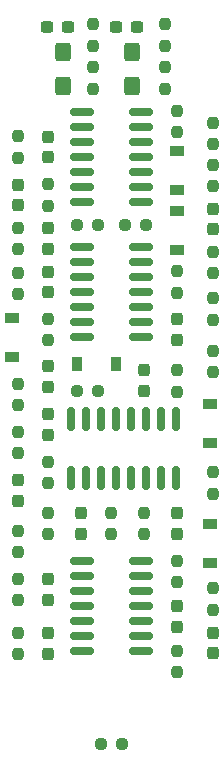
<source format=gbr>
%TF.GenerationSoftware,KiCad,Pcbnew,(6.0.9-0)*%
%TF.CreationDate,2024-06-20T10:27:37+02:00*%
%TF.ProjectId,vca-board,7663612d-626f-4617-9264-2e6b69636164,rev?*%
%TF.SameCoordinates,Original*%
%TF.FileFunction,Paste,Top*%
%TF.FilePolarity,Positive*%
%FSLAX46Y46*%
G04 Gerber Fmt 4.6, Leading zero omitted, Abs format (unit mm)*
G04 Created by KiCad (PCBNEW (6.0.9-0)) date 2024-06-20 10:27:37*
%MOMM*%
%LPD*%
G01*
G04 APERTURE LIST*
G04 Aperture macros list*
%AMRoundRect*
0 Rectangle with rounded corners*
0 $1 Rounding radius*
0 $2 $3 $4 $5 $6 $7 $8 $9 X,Y pos of 4 corners*
0 Add a 4 corners polygon primitive as box body*
4,1,4,$2,$3,$4,$5,$6,$7,$8,$9,$2,$3,0*
0 Add four circle primitives for the rounded corners*
1,1,$1+$1,$2,$3*
1,1,$1+$1,$4,$5*
1,1,$1+$1,$6,$7*
1,1,$1+$1,$8,$9*
0 Add four rect primitives between the rounded corners*
20,1,$1+$1,$2,$3,$4,$5,0*
20,1,$1+$1,$4,$5,$6,$7,0*
20,1,$1+$1,$6,$7,$8,$9,0*
20,1,$1+$1,$8,$9,$2,$3,0*%
G04 Aperture macros list end*
%ADD10R,1.200000X0.900000*%
%ADD11RoundRect,0.237500X-0.237500X0.300000X-0.237500X-0.300000X0.237500X-0.300000X0.237500X0.300000X0*%
%ADD12RoundRect,0.237500X-0.237500X0.250000X-0.237500X-0.250000X0.237500X-0.250000X0.237500X0.250000X0*%
%ADD13RoundRect,0.237500X0.237500X-0.250000X0.237500X0.250000X-0.237500X0.250000X-0.237500X-0.250000X0*%
%ADD14RoundRect,0.237500X-0.250000X-0.237500X0.250000X-0.237500X0.250000X0.237500X-0.250000X0.237500X0*%
%ADD15RoundRect,0.250000X0.425000X-0.537500X0.425000X0.537500X-0.425000X0.537500X-0.425000X-0.537500X0*%
%ADD16RoundRect,0.150000X0.825000X0.150000X-0.825000X0.150000X-0.825000X-0.150000X0.825000X-0.150000X0*%
%ADD17RoundRect,0.150000X-0.825000X-0.150000X0.825000X-0.150000X0.825000X0.150000X-0.825000X0.150000X0*%
%ADD18RoundRect,0.237500X0.237500X-0.300000X0.237500X0.300000X-0.237500X0.300000X-0.237500X-0.300000X0*%
%ADD19RoundRect,0.150000X-0.150000X0.825000X-0.150000X-0.825000X0.150000X-0.825000X0.150000X0.825000X0*%
%ADD20R,0.900000X1.200000*%
%ADD21RoundRect,0.237500X-0.300000X-0.237500X0.300000X-0.237500X0.300000X0.237500X-0.300000X0.237500X0*%
G04 APERTURE END LIST*
D10*
%TO.C,D3*%
X67818000Y-57508500D03*
X67818000Y-60808500D03*
%TD*%
D11*
%TO.C,C8*%
X70866000Y-57303500D03*
X70866000Y-59028500D03*
%TD*%
D12*
%TO.C,R36*%
X54356000Y-76153000D03*
X54356000Y-77978000D03*
%TD*%
%TO.C,R26*%
X70866000Y-50014500D03*
X70866000Y-51839500D03*
%TD*%
D13*
%TO.C,R34*%
X54356000Y-60706000D03*
X54356000Y-58881000D03*
%TD*%
D14*
%TO.C,R10*%
X61317500Y-102616000D03*
X63142500Y-102616000D03*
%TD*%
D13*
%TO.C,R22*%
X67818000Y-50800000D03*
X67818000Y-48975000D03*
%TD*%
D15*
%TO.C,C15*%
X64008000Y-46903500D03*
X64008000Y-44028500D03*
%TD*%
D11*
%TO.C,C10*%
X56896000Y-51184000D03*
X56896000Y-52909000D03*
%TD*%
D12*
%TO.C,R28*%
X54356000Y-72089000D03*
X54356000Y-73914000D03*
%TD*%
D13*
%TO.C,R30*%
X70866000Y-62761500D03*
X70866000Y-60936500D03*
%TD*%
D16*
%TO.C,U2*%
X64705000Y-94742000D03*
X64705000Y-93472000D03*
X64705000Y-92202000D03*
X64705000Y-90932000D03*
X64705000Y-89662000D03*
X64705000Y-88392000D03*
X64705000Y-87122000D03*
X59755000Y-87122000D03*
X59755000Y-88392000D03*
X59755000Y-89662000D03*
X59755000Y-90932000D03*
X59755000Y-92202000D03*
X59755000Y-93472000D03*
X59755000Y-94742000D03*
%TD*%
D17*
%TO.C,U4*%
X59755000Y-60555500D03*
X59755000Y-61825500D03*
X59755000Y-63095500D03*
X59755000Y-64365500D03*
X59755000Y-65635500D03*
X59755000Y-66905500D03*
X59755000Y-68175500D03*
X64705000Y-68175500D03*
X64705000Y-66905500D03*
X64705000Y-65635500D03*
X64705000Y-64365500D03*
X64705000Y-63095500D03*
X64705000Y-61825500D03*
X64705000Y-60555500D03*
%TD*%
D11*
%TO.C,C9*%
X54356000Y-55248000D03*
X54356000Y-56973000D03*
%TD*%
D12*
%TO.C,R13*%
X66802000Y-41656000D03*
X66802000Y-43481000D03*
%TD*%
D10*
%TO.C,D4*%
X67818000Y-52428500D03*
X67818000Y-55728500D03*
%TD*%
D18*
%TO.C,C12*%
X67818000Y-68379500D03*
X67818000Y-66654500D03*
%TD*%
D10*
%TO.C,D2*%
X70612000Y-87248000D03*
X70612000Y-83948000D03*
%TD*%
D13*
%TO.C,R3*%
X54356000Y-86360000D03*
X54356000Y-84535000D03*
%TD*%
D12*
%TO.C,R23*%
X54356000Y-51157500D03*
X54356000Y-52982500D03*
%TD*%
D18*
%TO.C,C2*%
X56896000Y-90374000D03*
X56896000Y-88649000D03*
%TD*%
D19*
%TO.C,U1*%
X67691000Y-75098500D03*
X66421000Y-75098500D03*
X65151000Y-75098500D03*
X63881000Y-75098500D03*
X62611000Y-75098500D03*
X61341000Y-75098500D03*
X60071000Y-75098500D03*
X58801000Y-75098500D03*
X58801000Y-80048500D03*
X60071000Y-80048500D03*
X61341000Y-80048500D03*
X62611000Y-80048500D03*
X63881000Y-80048500D03*
X65151000Y-80048500D03*
X66421000Y-80048500D03*
X67691000Y-80048500D03*
%TD*%
D18*
%TO.C,C1*%
X54356000Y-81992000D03*
X54356000Y-80267000D03*
%TD*%
D12*
%TO.C,R35*%
X56896000Y-66604500D03*
X56896000Y-68429500D03*
%TD*%
D20*
%TO.C,D6*%
X62610000Y-70461500D03*
X59310000Y-70461500D03*
%TD*%
D17*
%TO.C,U3*%
X59755000Y-49125500D03*
X59755000Y-50395500D03*
X59755000Y-51665500D03*
X59755000Y-52935500D03*
X59755000Y-54205500D03*
X59755000Y-55475500D03*
X59755000Y-56745500D03*
X64705000Y-56745500D03*
X64705000Y-55475500D03*
X64705000Y-54205500D03*
X64705000Y-52935500D03*
X64705000Y-51665500D03*
X64705000Y-50395500D03*
X64705000Y-49125500D03*
%TD*%
D18*
%TO.C,C19*%
X56896000Y-76404000D03*
X56896000Y-74679000D03*
%TD*%
D10*
%TO.C,D5*%
X53848000Y-66525500D03*
X53848000Y-69825500D03*
%TD*%
D18*
%TO.C,C7*%
X65024000Y-72694500D03*
X65024000Y-70969500D03*
%TD*%
D13*
%TO.C,R19*%
X67818000Y-64389000D03*
X67818000Y-62564000D03*
%TD*%
D11*
%TO.C,C11*%
X56896000Y-70615000D03*
X56896000Y-72340000D03*
%TD*%
D12*
%TO.C,R16*%
X70866000Y-79605500D03*
X70866000Y-81430500D03*
%TD*%
%TO.C,R24*%
X56896000Y-55198000D03*
X56896000Y-57023000D03*
%TD*%
D10*
%TO.C,D1*%
X70612000Y-77088000D03*
X70612000Y-73788000D03*
%TD*%
D18*
%TO.C,C13*%
X56896000Y-60656000D03*
X56896000Y-58931000D03*
%TD*%
D21*
%TO.C,C14*%
X62637500Y-41910000D03*
X64362500Y-41910000D03*
%TD*%
D18*
%TO.C,C18*%
X67818000Y-84786000D03*
X67818000Y-83061000D03*
%TD*%
D13*
%TO.C,R31*%
X54356000Y-64516000D03*
X54356000Y-62691000D03*
%TD*%
D12*
%TO.C,R29*%
X70866000Y-64873500D03*
X70866000Y-66698500D03*
%TD*%
%TO.C,R12*%
X66802000Y-45315500D03*
X66802000Y-47140500D03*
%TD*%
%TO.C,R2*%
X60706000Y-41656000D03*
X60706000Y-43481000D03*
%TD*%
%TO.C,R4*%
X56896000Y-78693000D03*
X56896000Y-80518000D03*
%TD*%
D13*
%TO.C,R7*%
X65024000Y-84836000D03*
X65024000Y-83011000D03*
%TD*%
D12*
%TO.C,R5*%
X54356000Y-88599000D03*
X54356000Y-90424000D03*
%TD*%
D21*
%TO.C,C16*%
X56795500Y-41910000D03*
X58520500Y-41910000D03*
%TD*%
D12*
%TO.C,R9*%
X54356000Y-93171000D03*
X54356000Y-94996000D03*
%TD*%
D11*
%TO.C,C5*%
X70866000Y-93167500D03*
X70866000Y-94892500D03*
%TD*%
D12*
%TO.C,R1*%
X60706000Y-45315500D03*
X60706000Y-47140500D03*
%TD*%
%TO.C,R17*%
X70866000Y-69295000D03*
X70866000Y-71120000D03*
%TD*%
D13*
%TO.C,R20*%
X70866000Y-55395500D03*
X70866000Y-53570500D03*
%TD*%
D11*
%TO.C,C20*%
X56896000Y-62640500D03*
X56896000Y-64365500D03*
%TD*%
D13*
%TO.C,R8*%
X62230000Y-84836000D03*
X62230000Y-83011000D03*
%TD*%
D12*
%TO.C,R14*%
X67818000Y-94695000D03*
X67818000Y-96520000D03*
%TD*%
D14*
%TO.C,R25*%
X63349500Y-58650500D03*
X65174500Y-58650500D03*
%TD*%
D18*
%TO.C,C6*%
X67818000Y-92683500D03*
X67818000Y-90958500D03*
%TD*%
D14*
%TO.C,R21*%
X59285500Y-58650500D03*
X61110500Y-58650500D03*
%TD*%
D13*
%TO.C,R6*%
X56896000Y-84836000D03*
X56896000Y-83011000D03*
%TD*%
D12*
%TO.C,R18*%
X67818000Y-70946000D03*
X67818000Y-72771000D03*
%TD*%
D11*
%TO.C,C3*%
X59690000Y-83061000D03*
X59690000Y-84786000D03*
%TD*%
D12*
%TO.C,R11*%
X70866000Y-89408000D03*
X70866000Y-91233000D03*
%TD*%
D13*
%TO.C,R15*%
X67818000Y-88900000D03*
X67818000Y-87075000D03*
%TD*%
D15*
%TO.C,C17*%
X58166000Y-46903500D03*
X58166000Y-44028500D03*
%TD*%
D14*
%TO.C,R27*%
X59285500Y-72747500D03*
X61110500Y-72747500D03*
%TD*%
D18*
%TO.C,C4*%
X56896000Y-94946000D03*
X56896000Y-93221000D03*
%TD*%
M02*

</source>
